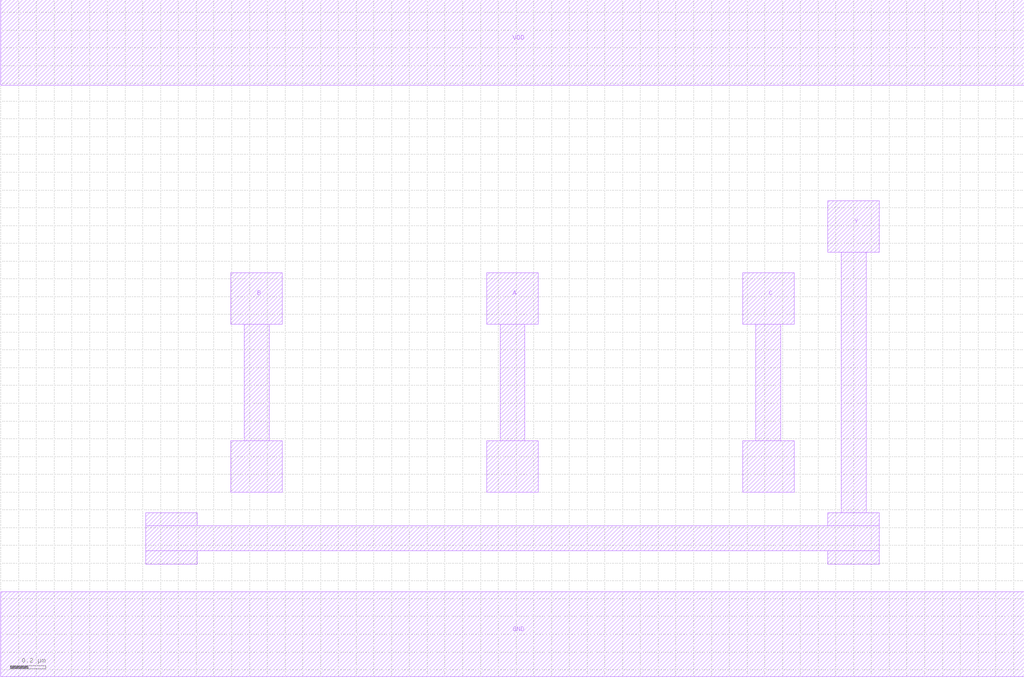
<source format=lef>
MACRO AOI21X1
 CLASS CORE ;
 FOREIGN AOI21X1 0 0 ;
 ORIGIN 0 0 ;
 SYMMETRY X Y R90 ;
 SITE CORE ;
  PIN VDD
   DIRECTION INOUT ;
   USE SIGNAL ;
   SHAPE ABUTMENT ;
    PORT
     CLASS CORE ;
       LAYER metal2 ;
        RECT 0.00000000 3.09000000 5.76000000 3.57000000 ;
    END
  END VDD

  PIN GND
   DIRECTION INOUT ;
   USE SIGNAL ;
   SHAPE ABUTMENT ;
    PORT
     CLASS CORE ;
       LAYER metal2 ;
        RECT 0.00000000 -0.24000000 5.76000000 0.24000000 ;
    END
  END GND

  PIN Y
   DIRECTION INOUT ;
   USE SIGNAL ;
   SHAPE ABUTMENT ;
    PORT
     CLASS CORE ;
       LAYER metal2 ;
        RECT 0.81500000 0.39500000 1.10500000 0.47000000 ;
        RECT 4.65500000 0.39500000 4.94500000 0.47000000 ;
        RECT 0.81500000 0.47000000 4.94500000 0.61000000 ;
        RECT 0.81500000 0.61000000 1.10500000 0.68500000 ;
        RECT 4.65500000 0.61000000 4.94500000 0.68500000 ;
        RECT 4.73000000 0.68500000 4.87000000 2.15000000 ;
        RECT 4.65500000 2.15000000 4.94500000 2.44000000 ;
    END
  END Y

  PIN B
   DIRECTION INOUT ;
   USE SIGNAL ;
   SHAPE ABUTMENT ;
    PORT
     CLASS CORE ;
       LAYER metal2 ;
        RECT 1.29500000 0.80000000 1.58500000 1.09000000 ;
        RECT 1.37000000 1.09000000 1.51000000 1.74500000 ;
        RECT 1.29500000 1.74500000 1.58500000 2.03500000 ;
    END
  END B

  PIN A
   DIRECTION INOUT ;
   USE SIGNAL ;
   SHAPE ABUTMENT ;
    PORT
     CLASS CORE ;
       LAYER metal2 ;
        RECT 2.73500000 0.80000000 3.02500000 1.09000000 ;
        RECT 2.81000000 1.09000000 2.95000000 1.74500000 ;
        RECT 2.73500000 1.74500000 3.02500000 2.03500000 ;
    END
  END A

  PIN C
   DIRECTION INOUT ;
   USE SIGNAL ;
   SHAPE ABUTMENT ;
    PORT
     CLASS CORE ;
       LAYER metal2 ;
        RECT 4.17500000 0.80000000 4.46500000 1.09000000 ;
        RECT 4.25000000 1.09000000 4.39000000 1.74500000 ;
        RECT 4.17500000 1.74500000 4.46500000 2.03500000 ;
    END
  END C


END AOI21X1

</source>
